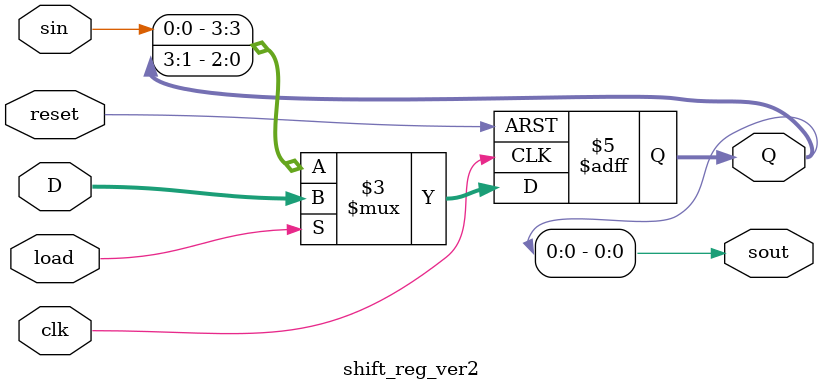
<source format=v>
`timescale 1ns / 1ps


module shift_reg_ver2(
    input clk, reset, sin, load,
    input [3:0] D,
    output reg [3:0] Q,
    output sout
    );
    
    assign sout = Q[0];
    
    always @ ( posedge clk or posedge reset) begin
        if (reset) Q <= 0;
        else begin
            if (load) Q <= D;
            else Q <= {sin, Q[3:1]};
        end
    end
    
endmodule

</source>
